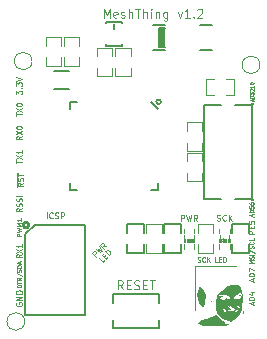
<source format=gto>
G04 (created by PCBNEW (2013-mar-13)-testing) date Tue 22 Oct 2013 13:23:14 EST*
%MOIN*%
G04 Gerber Fmt 3.4, Leading zero omitted, Abs format*
%FSLAX34Y34*%
G01*
G70*
G90*
G04 APERTURE LIST*
%ADD10C,0.003937*%
%ADD11C,0.004921*%
%ADD12C,0.002953*%
%ADD13C,0.004700*%
%ADD14C,0.005000*%
%ADD15C,0.005906*%
%ADD16C,0.000100*%
%ADD17C,0.004000*%
%ADD18C,0.002600*%
%ADD19C,0.007900*%
%ADD20C,0.008000*%
%ADD21C,0.010000*%
%ADD22C,0.003445*%
%ADD23C,0.004429*%
G04 APERTURE END LIST*
G54D10*
G54D11*
X4039Y10523D02*
X4039Y10819D01*
X4137Y10608D01*
X4235Y10819D01*
X4235Y10523D01*
X4489Y10537D02*
X4460Y10523D01*
X4404Y10523D01*
X4376Y10537D01*
X4362Y10566D01*
X4362Y10678D01*
X4376Y10706D01*
X4404Y10720D01*
X4460Y10720D01*
X4489Y10706D01*
X4503Y10678D01*
X4503Y10650D01*
X4362Y10622D01*
X4615Y10537D02*
X4643Y10523D01*
X4699Y10523D01*
X4728Y10537D01*
X4742Y10566D01*
X4742Y10580D01*
X4728Y10608D01*
X4699Y10622D01*
X4657Y10622D01*
X4629Y10636D01*
X4615Y10664D01*
X4615Y10678D01*
X4629Y10706D01*
X4657Y10720D01*
X4699Y10720D01*
X4728Y10706D01*
X4868Y10523D02*
X4868Y10819D01*
X4995Y10523D02*
X4995Y10678D01*
X4981Y10706D01*
X4953Y10720D01*
X4910Y10720D01*
X4882Y10706D01*
X4868Y10692D01*
X5093Y10819D02*
X5262Y10819D01*
X5178Y10523D02*
X5178Y10819D01*
X5360Y10523D02*
X5360Y10819D01*
X5487Y10523D02*
X5487Y10678D01*
X5473Y10706D01*
X5445Y10720D01*
X5402Y10720D01*
X5374Y10706D01*
X5360Y10692D01*
X5627Y10523D02*
X5627Y10720D01*
X5627Y10819D02*
X5613Y10805D01*
X5627Y10791D01*
X5642Y10805D01*
X5627Y10819D01*
X5627Y10791D01*
X5768Y10720D02*
X5768Y10523D01*
X5768Y10692D02*
X5782Y10706D01*
X5810Y10720D01*
X5852Y10720D01*
X5881Y10706D01*
X5895Y10678D01*
X5895Y10523D01*
X6162Y10720D02*
X6162Y10481D01*
X6148Y10453D01*
X6134Y10439D01*
X6106Y10425D01*
X6063Y10425D01*
X6035Y10439D01*
X6162Y10537D02*
X6134Y10523D01*
X6077Y10523D01*
X6049Y10537D01*
X6035Y10552D01*
X6021Y10580D01*
X6021Y10664D01*
X6035Y10692D01*
X6049Y10706D01*
X6077Y10720D01*
X6134Y10720D01*
X6162Y10706D01*
X6499Y10720D02*
X6570Y10523D01*
X6640Y10720D01*
X6907Y10523D02*
X6738Y10523D01*
X6823Y10523D02*
X6823Y10819D01*
X6794Y10776D01*
X6766Y10748D01*
X6738Y10734D01*
X7034Y10552D02*
X7048Y10537D01*
X7034Y10523D01*
X7019Y10537D01*
X7034Y10552D01*
X7034Y10523D01*
X7160Y10791D02*
X7174Y10805D01*
X7202Y10819D01*
X7273Y10819D01*
X7301Y10805D01*
X7315Y10791D01*
X7329Y10762D01*
X7329Y10734D01*
X7315Y10692D01*
X7146Y10523D01*
X7329Y10523D01*
G54D12*
X7165Y2392D02*
X7188Y2385D01*
X7225Y2385D01*
X7240Y2392D01*
X7248Y2400D01*
X7255Y2415D01*
X7255Y2430D01*
X7248Y2445D01*
X7240Y2452D01*
X7225Y2460D01*
X7195Y2467D01*
X7180Y2475D01*
X7173Y2482D01*
X7165Y2497D01*
X7165Y2512D01*
X7173Y2527D01*
X7180Y2535D01*
X7195Y2542D01*
X7233Y2542D01*
X7255Y2535D01*
X7413Y2400D02*
X7405Y2392D01*
X7383Y2385D01*
X7368Y2385D01*
X7345Y2392D01*
X7330Y2407D01*
X7323Y2422D01*
X7315Y2452D01*
X7315Y2475D01*
X7323Y2505D01*
X7330Y2520D01*
X7345Y2535D01*
X7368Y2542D01*
X7383Y2542D01*
X7405Y2535D01*
X7413Y2527D01*
X7480Y2385D02*
X7480Y2542D01*
X7570Y2385D02*
X7502Y2475D01*
X7570Y2542D02*
X7480Y2452D01*
X7832Y2385D02*
X7757Y2385D01*
X7757Y2542D01*
X7885Y2467D02*
X7937Y2467D01*
X7960Y2385D02*
X7885Y2385D01*
X7885Y2542D01*
X7960Y2542D01*
X8027Y2385D02*
X8027Y2542D01*
X8065Y2542D01*
X8087Y2535D01*
X8102Y2520D01*
X8110Y2505D01*
X8117Y2475D01*
X8117Y2452D01*
X8110Y2422D01*
X8102Y2407D01*
X8087Y2392D01*
X8065Y2385D01*
X8027Y2385D01*
X3775Y2559D02*
X3650Y2685D01*
X3697Y2732D01*
X3715Y2738D01*
X3727Y2738D01*
X3745Y2732D01*
X3763Y2714D01*
X3769Y2696D01*
X3769Y2685D01*
X3763Y2667D01*
X3715Y2619D01*
X3763Y2798D02*
X3918Y2702D01*
X3853Y2816D01*
X3966Y2750D01*
X3870Y2905D01*
X4115Y2899D02*
X4014Y2917D01*
X4043Y2828D02*
X3918Y2953D01*
X3966Y3001D01*
X3984Y3007D01*
X3996Y3007D01*
X4014Y3001D01*
X4031Y2983D01*
X4037Y2965D01*
X4037Y2953D01*
X4031Y2935D01*
X3984Y2887D01*
X4058Y2449D02*
X3998Y2390D01*
X3873Y2515D01*
X4034Y2557D02*
X4076Y2599D01*
X4159Y2551D02*
X4099Y2491D01*
X3974Y2617D01*
X4034Y2676D01*
X4213Y2605D02*
X4088Y2730D01*
X4117Y2760D01*
X4141Y2772D01*
X4165Y2772D01*
X4183Y2766D01*
X4213Y2748D01*
X4231Y2730D01*
X4249Y2700D01*
X4255Y2682D01*
X4255Y2658D01*
X4243Y2634D01*
X4213Y2605D01*
G54D11*
X7805Y3766D02*
X7834Y3757D01*
X7880Y3757D01*
X7899Y3766D01*
X7909Y3776D01*
X7918Y3794D01*
X7918Y3813D01*
X7909Y3832D01*
X7899Y3841D01*
X7880Y3851D01*
X7843Y3860D01*
X7824Y3869D01*
X7815Y3879D01*
X7805Y3898D01*
X7805Y3916D01*
X7815Y3935D01*
X7824Y3944D01*
X7843Y3954D01*
X7890Y3954D01*
X7918Y3944D01*
X8115Y3776D02*
X8105Y3766D01*
X8077Y3757D01*
X8059Y3757D01*
X8030Y3766D01*
X8012Y3785D01*
X8002Y3804D01*
X7993Y3841D01*
X7993Y3869D01*
X8002Y3907D01*
X8012Y3926D01*
X8030Y3944D01*
X8059Y3954D01*
X8077Y3954D01*
X8105Y3944D01*
X8115Y3935D01*
X8199Y3757D02*
X8199Y3954D01*
X8312Y3757D02*
X8227Y3869D01*
X8312Y3954D02*
X8199Y3841D01*
X4673Y1468D02*
X4575Y1609D01*
X4504Y1468D02*
X4504Y1764D01*
X4617Y1764D01*
X4645Y1750D01*
X4659Y1735D01*
X4673Y1707D01*
X4673Y1665D01*
X4659Y1637D01*
X4645Y1623D01*
X4617Y1609D01*
X4504Y1609D01*
X4800Y1623D02*
X4898Y1623D01*
X4940Y1468D02*
X4800Y1468D01*
X4800Y1764D01*
X4940Y1764D01*
X5053Y1482D02*
X5095Y1468D01*
X5165Y1468D01*
X5193Y1482D01*
X5207Y1496D01*
X5221Y1525D01*
X5221Y1553D01*
X5207Y1581D01*
X5193Y1595D01*
X5165Y1609D01*
X5109Y1623D01*
X5081Y1637D01*
X5067Y1651D01*
X5053Y1679D01*
X5053Y1707D01*
X5067Y1735D01*
X5081Y1750D01*
X5109Y1764D01*
X5179Y1764D01*
X5221Y1750D01*
X5348Y1623D02*
X5446Y1623D01*
X5489Y1468D02*
X5348Y1468D01*
X5348Y1764D01*
X5489Y1764D01*
X5573Y1764D02*
X5742Y1764D01*
X5657Y1468D02*
X5657Y1764D01*
X6615Y3757D02*
X6615Y3954D01*
X6690Y3954D01*
X6709Y3944D01*
X6718Y3935D01*
X6727Y3916D01*
X6727Y3888D01*
X6718Y3869D01*
X6709Y3860D01*
X6690Y3851D01*
X6615Y3851D01*
X6793Y3954D02*
X6840Y3757D01*
X6877Y3898D01*
X6915Y3757D01*
X6962Y3954D01*
X7149Y3757D02*
X7084Y3851D01*
X7037Y3757D02*
X7037Y3954D01*
X7112Y3954D01*
X7131Y3944D01*
X7140Y3935D01*
X7149Y3916D01*
X7149Y3888D01*
X7140Y3869D01*
X7131Y3860D01*
X7112Y3851D01*
X7037Y3851D01*
G54D13*
X2610Y9594D02*
X2610Y9869D01*
X2610Y9200D02*
X2610Y8925D01*
X2098Y9594D02*
X2098Y9869D01*
X2098Y8925D02*
X2098Y9200D01*
X2104Y9869D02*
X2604Y9869D01*
X2604Y8925D02*
X2104Y8925D01*
X4425Y8858D02*
X4425Y8583D01*
X4425Y9252D02*
X4425Y9527D01*
X4937Y8858D02*
X4937Y8583D01*
X4937Y9527D02*
X4937Y9252D01*
X4931Y8583D02*
X4431Y8583D01*
X4431Y9527D02*
X4931Y9527D01*
X3814Y8858D02*
X3814Y8583D01*
X3814Y9252D02*
X3814Y9527D01*
X4326Y8858D02*
X4326Y8583D01*
X4326Y9527D02*
X4326Y9252D01*
X4320Y8583D02*
X3820Y8583D01*
X3820Y9527D02*
X4320Y9527D01*
X3220Y9594D02*
X3220Y9869D01*
X3220Y9200D02*
X3220Y8925D01*
X2708Y9594D02*
X2708Y9869D01*
X2708Y8925D02*
X2708Y9200D01*
X2714Y9869D02*
X3214Y9869D01*
X3214Y8925D02*
X2714Y8925D01*
X5456Y2964D02*
X5456Y2689D01*
X5456Y3358D02*
X5456Y3633D01*
X5968Y2964D02*
X5968Y2689D01*
X5968Y3633D02*
X5968Y3358D01*
X5962Y2689D02*
X5462Y2689D01*
X5462Y3633D02*
X5962Y3633D01*
X8118Y7956D02*
X8393Y7956D01*
X7724Y7956D02*
X7449Y7956D01*
X8118Y8468D02*
X8393Y8468D01*
X7449Y8468D02*
X7724Y8468D01*
X8393Y8462D02*
X8393Y7962D01*
X7449Y7962D02*
X7449Y8462D01*
X7173Y2964D02*
X7173Y2689D01*
X7173Y3358D02*
X7173Y3633D01*
X7685Y2964D02*
X7685Y2689D01*
X7685Y3633D02*
X7685Y3358D01*
X7679Y2689D02*
X7179Y2689D01*
X7179Y3633D02*
X7679Y3633D01*
X6799Y5354D02*
X6799Y5079D01*
X6799Y5748D02*
X6799Y6023D01*
X7311Y5354D02*
X7311Y5079D01*
X7311Y6023D02*
X7311Y5748D01*
X7305Y5079D02*
X6805Y5079D01*
X6805Y6023D02*
X7305Y6023D01*
X7311Y6756D02*
X7311Y7031D01*
X7311Y6362D02*
X7311Y6087D01*
X6799Y6756D02*
X6799Y7031D01*
X6799Y6087D02*
X6799Y6362D01*
X6805Y7031D02*
X7305Y7031D01*
X7305Y6087D02*
X6805Y6087D01*
G54D14*
X6597Y3358D02*
X6597Y3636D01*
X6597Y3636D02*
X6047Y3636D01*
X6047Y3636D02*
X6047Y3358D01*
X6597Y2686D02*
X6597Y2964D01*
X6597Y2686D02*
X6047Y2686D01*
X6047Y2686D02*
X6047Y2964D01*
X5377Y3358D02*
X5377Y3636D01*
X5377Y3636D02*
X4827Y3636D01*
X4827Y3636D02*
X4827Y3358D01*
X5377Y2686D02*
X5377Y2964D01*
X5377Y2686D02*
X4827Y2686D01*
X4827Y2686D02*
X4827Y2964D01*
G54D15*
X8964Y7629D02*
X8403Y7629D01*
X7389Y7629D02*
X7950Y7629D01*
X7389Y4480D02*
X7950Y4480D01*
X8403Y4480D02*
X8964Y4480D01*
X7389Y4480D02*
X7389Y7629D01*
X8964Y7629D02*
X8964Y4480D01*
G54D14*
X8327Y2964D02*
X8327Y2686D01*
X8327Y2686D02*
X8877Y2686D01*
X8877Y2686D02*
X8877Y2964D01*
X8327Y3636D02*
X8327Y3358D01*
X8327Y3636D02*
X8877Y3636D01*
X8877Y3636D02*
X8877Y3358D01*
G54D16*
G36*
X8926Y2236D02*
X8018Y2227D01*
X7110Y2217D01*
X7100Y1226D01*
X7091Y235D01*
X7083Y1243D01*
X7076Y2251D01*
X8001Y2244D01*
X8926Y2236D01*
X8926Y2236D01*
X8926Y2236D01*
G37*
G36*
X8209Y285D02*
X8177Y271D01*
X8084Y260D01*
X7938Y254D01*
X7747Y251D01*
X7561Y252D01*
X7430Y256D01*
X7342Y263D01*
X7285Y276D01*
X7248Y297D01*
X7226Y318D01*
X7193Y359D01*
X7196Y387D01*
X7243Y418D01*
X7317Y451D01*
X7431Y494D01*
X7542Y524D01*
X7576Y530D01*
X7660Y553D01*
X7713Y594D01*
X7714Y595D01*
X7760Y629D01*
X7813Y621D01*
X7842Y578D01*
X7842Y573D01*
X7868Y532D01*
X7931Y475D01*
X7959Y456D01*
X8031Y400D01*
X8072Y357D01*
X8076Y347D01*
X8103Y324D01*
X8142Y318D01*
X8196Y304D01*
X8209Y285D01*
X8209Y285D01*
X8209Y285D01*
G37*
G36*
X8668Y1084D02*
X8658Y928D01*
X8641Y829D01*
X8641Y1270D01*
X8641Y1327D01*
X8617Y1351D01*
X8566Y1334D01*
X8494Y1291D01*
X8424Y1240D01*
X8380Y1197D01*
X8376Y1185D01*
X8404Y1161D01*
X8472Y1152D01*
X8553Y1161D01*
X8589Y1172D01*
X8623Y1208D01*
X8641Y1270D01*
X8641Y829D01*
X8635Y794D01*
X8607Y716D01*
X8571Y659D01*
X8571Y873D01*
X8553Y920D01*
X8501Y955D01*
X8450Y980D01*
X8448Y970D01*
X8489Y923D01*
X8523Y873D01*
X8516Y852D01*
X8515Y851D01*
X8475Y825D01*
X8430Y759D01*
X8426Y752D01*
X8398Y694D01*
X8398Y801D01*
X8377Y846D01*
X8358Y851D01*
X8314Y878D01*
X8289Y917D01*
X8253Y962D01*
X8251Y962D01*
X8251Y1187D01*
X8244Y1214D01*
X8201Y1242D01*
X8122Y1264D01*
X8028Y1278D01*
X7943Y1282D01*
X7886Y1273D01*
X7876Y1260D01*
X7904Y1241D01*
X7967Y1240D01*
X8059Y1253D01*
X7976Y1215D01*
X7919Y1187D01*
X7921Y1168D01*
X7959Y1150D01*
X8033Y1124D01*
X8069Y1130D01*
X8087Y1160D01*
X8111Y1183D01*
X8131Y1164D01*
X8176Y1140D01*
X8225Y1152D01*
X8251Y1187D01*
X8251Y962D01*
X8209Y950D01*
X8182Y921D01*
X8203Y886D01*
X8241Y854D01*
X8323Y791D01*
X8224Y776D01*
X8174Y767D01*
X8182Y761D01*
X8253Y757D01*
X8262Y756D01*
X8354Y760D01*
X8394Y783D01*
X8398Y801D01*
X8398Y694D01*
X8395Y687D01*
X8397Y666D01*
X8425Y673D01*
X8470Y712D01*
X8476Y734D01*
X8499Y790D01*
X8526Y818D01*
X8571Y873D01*
X8571Y659D01*
X8502Y547D01*
X8390Y439D01*
X8273Y395D01*
X8228Y402D01*
X8228Y664D01*
X8189Y690D01*
X8184Y692D01*
X8126Y736D01*
X8109Y773D01*
X8082Y813D01*
X8059Y818D01*
X8014Y807D01*
X8009Y797D01*
X8035Y754D01*
X8095Y704D01*
X8164Y664D01*
X8206Y654D01*
X8228Y664D01*
X8228Y402D01*
X8209Y404D01*
X8209Y601D01*
X8192Y618D01*
X8176Y601D01*
X8192Y585D01*
X8209Y601D01*
X8209Y404D01*
X8176Y408D01*
X8008Y483D01*
X7894Y572D01*
X7825Y688D01*
X7795Y844D01*
X7793Y1018D01*
X7803Y1268D01*
X7973Y1421D01*
X8087Y1514D01*
X8190Y1570D01*
X8309Y1604D01*
X8332Y1608D01*
X8444Y1625D01*
X8513Y1624D01*
X8561Y1603D01*
X8588Y1580D01*
X8626Y1510D01*
X8651Y1393D01*
X8666Y1245D01*
X8668Y1084D01*
X8668Y1084D01*
X8668Y1084D01*
G37*
G36*
X8703Y670D02*
X8697Y643D01*
X8686Y641D01*
X8682Y694D01*
X8682Y701D01*
X8687Y753D01*
X8697Y748D01*
X8699Y743D01*
X8703Y670D01*
X8703Y670D01*
X8703Y670D01*
G37*
G36*
X7434Y1288D02*
X7433Y1192D01*
X7426Y1126D01*
X7406Y985D01*
X7384Y904D01*
X7354Y878D01*
X7313Y899D01*
X7286Y926D01*
X7225Y1024D01*
X7181Y1148D01*
X7162Y1273D01*
X7173Y1374D01*
X7182Y1394D01*
X7210Y1467D01*
X7214Y1510D01*
X7221Y1550D01*
X7259Y1546D01*
X7314Y1504D01*
X7371Y1436D01*
X7415Y1360D01*
X7434Y1288D01*
X7434Y1288D01*
X7434Y1288D01*
G37*
G36*
X7642Y1068D02*
X7626Y1051D01*
X7609Y1068D01*
X7626Y1085D01*
X7642Y1068D01*
X7642Y1068D01*
X7642Y1068D01*
G37*
G36*
X8242Y901D02*
X8226Y885D01*
X8209Y901D01*
X8226Y918D01*
X8242Y901D01*
X8242Y901D01*
X8242Y901D01*
G37*
G36*
X8598Y1274D02*
X8593Y1254D01*
X8576Y1251D01*
X8548Y1264D01*
X8553Y1274D01*
X8593Y1278D01*
X8598Y1274D01*
X8598Y1274D01*
X8598Y1274D01*
G37*
G54D15*
X8090Y3118D02*
X8031Y3118D01*
X8031Y3118D02*
X8027Y3133D01*
X8027Y3070D02*
X8086Y3070D01*
X8208Y3059D02*
X8208Y3129D01*
X7913Y3059D02*
X7913Y3129D01*
G54D17*
X7901Y3047D02*
X7901Y3271D01*
X8216Y3051D02*
X8216Y3267D01*
G54D18*
X8236Y3338D02*
X8236Y3495D01*
X7882Y3338D02*
X7882Y3495D01*
X8236Y2827D02*
X8236Y2984D01*
X7882Y2827D02*
X7882Y2984D01*
X7882Y3161D02*
X7941Y3161D01*
X7941Y3039D02*
X7941Y3157D01*
X7882Y3039D02*
X7941Y3039D01*
X7882Y3039D02*
X7882Y3157D01*
X8177Y3161D02*
X8236Y3161D01*
X8236Y3039D02*
X8236Y3157D01*
X8177Y3039D02*
X8236Y3039D01*
X8177Y3039D02*
X8177Y3157D01*
X8000Y3039D02*
X8118Y3039D01*
X8118Y3039D02*
X8118Y3157D01*
X8000Y3157D02*
X8118Y3157D01*
X8000Y3039D02*
X8000Y3157D01*
G54D15*
X6909Y3118D02*
X6850Y3118D01*
X6850Y3118D02*
X6846Y3133D01*
X6846Y3070D02*
X6905Y3070D01*
X7027Y3059D02*
X7027Y3129D01*
X6732Y3059D02*
X6732Y3129D01*
G54D17*
X6720Y3047D02*
X6720Y3271D01*
X7035Y3051D02*
X7035Y3267D01*
G54D18*
X7054Y3338D02*
X7054Y3495D01*
X6700Y3338D02*
X6700Y3495D01*
X7054Y2827D02*
X7054Y2984D01*
X6700Y2827D02*
X6700Y2984D01*
X6700Y3161D02*
X6759Y3161D01*
X6759Y3039D02*
X6759Y3157D01*
X6700Y3039D02*
X6759Y3039D01*
X6700Y3039D02*
X6700Y3157D01*
X6995Y3161D02*
X7054Y3161D01*
X7054Y3039D02*
X7054Y3157D01*
X6995Y3039D02*
X7054Y3039D01*
X6995Y3039D02*
X6995Y3157D01*
X6818Y3039D02*
X6936Y3039D01*
X6936Y3039D02*
X6936Y3157D01*
X6818Y3157D02*
X6936Y3157D01*
X6818Y3039D02*
X6818Y3157D01*
G54D15*
X5870Y1307D02*
X5870Y1023D01*
X4334Y1307D02*
X4334Y1023D01*
X5870Y1307D02*
X4334Y1307D01*
X5870Y169D02*
X5870Y448D01*
X5870Y165D02*
X4334Y165D01*
X4334Y165D02*
X4334Y448D01*
X5941Y7718D02*
G75*
G03X5941Y7718I-76J0D01*
G74*
G01*
G54D19*
X2901Y7481D02*
X2901Y7727D01*
X2901Y7727D02*
X3147Y7727D01*
X3147Y4775D02*
X2901Y4775D01*
X2901Y4775D02*
X2901Y5021D01*
X5853Y5021D02*
X5853Y4775D01*
X5853Y4775D02*
X5607Y4775D01*
X5607Y7727D02*
X5853Y7481D01*
G54D15*
X5921Y9562D02*
X5921Y10192D01*
X6023Y10192D02*
X6082Y10192D01*
X5964Y10192D02*
X5964Y9562D01*
X6039Y9562D02*
X6078Y9562D01*
X6011Y9562D02*
X6011Y10192D01*
X5870Y10192D02*
X5870Y9562D01*
X5870Y9562D02*
X6057Y9562D01*
X6057Y9562D02*
X6057Y10192D01*
X6057Y10192D02*
X5870Y10192D01*
X7645Y9446D02*
X7242Y9446D01*
X7645Y10293D02*
X7242Y10293D01*
X5677Y9446D02*
X6080Y9446D01*
X5677Y10293D02*
X6080Y10293D01*
X4122Y9594D02*
X4122Y9641D01*
X4122Y10381D02*
X4122Y10334D01*
X4633Y10381D02*
X4633Y10334D01*
X4633Y9594D02*
X4633Y9641D01*
G54D20*
X4377Y10314D02*
X4377Y10141D01*
G54D15*
X4122Y10381D02*
X4633Y10381D01*
X4633Y9594D02*
X4122Y9594D01*
X2387Y8748D02*
X2879Y8748D01*
X2387Y8157D02*
X2879Y8157D01*
G54D20*
X3413Y3614D02*
X1736Y3614D01*
X1421Y614D02*
X1417Y3295D01*
X1421Y3299D02*
X1736Y3614D01*
G54D21*
X1545Y3606D02*
G75*
G03X1545Y3606I-98J0D01*
G74*
G01*
G54D20*
X3421Y3614D02*
X3421Y614D01*
X3421Y614D02*
X1421Y614D01*
G54D10*
X1649Y9078D02*
G75*
G03X1649Y9078I-295J0D01*
G74*
G01*
X1401Y397D02*
G75*
G03X1401Y397I-295J0D01*
G74*
G01*
X9244Y8952D02*
G75*
G03X9244Y8952I-295J0D01*
G74*
G01*
G54D22*
X9050Y3324D02*
X8873Y3324D01*
X8873Y3392D01*
X8881Y3409D01*
X8890Y3417D01*
X8907Y3426D01*
X8932Y3426D01*
X8949Y3417D01*
X8957Y3409D01*
X8966Y3392D01*
X8966Y3324D01*
X8957Y3502D02*
X8957Y3561D01*
X9050Y3586D02*
X9050Y3502D01*
X8873Y3502D01*
X8873Y3586D01*
X8873Y3746D02*
X8873Y3662D01*
X8957Y3653D01*
X8949Y3662D01*
X8940Y3679D01*
X8940Y3721D01*
X8949Y3738D01*
X8957Y3746D01*
X8974Y3755D01*
X9016Y3755D01*
X9033Y3746D01*
X9042Y3738D01*
X9050Y3721D01*
X9050Y3679D01*
X9042Y3662D01*
X9033Y3653D01*
X9000Y957D02*
X9000Y1042D01*
X9050Y940D02*
X8873Y999D01*
X9050Y1058D01*
X9050Y1118D02*
X8873Y1118D01*
X8873Y1160D01*
X8881Y1185D01*
X8898Y1202D01*
X8915Y1210D01*
X8949Y1219D01*
X8974Y1219D01*
X9008Y1210D01*
X9025Y1202D01*
X9042Y1185D01*
X9050Y1160D01*
X9050Y1118D01*
X8932Y1371D02*
X9050Y1371D01*
X8865Y1328D02*
X8991Y1286D01*
X8991Y1396D01*
X9000Y1745D02*
X9000Y1830D01*
X9050Y1728D02*
X8873Y1787D01*
X9050Y1846D01*
X9050Y1906D02*
X8873Y1906D01*
X8873Y1948D01*
X8881Y1973D01*
X8898Y1990D01*
X8915Y1998D01*
X8949Y2007D01*
X8974Y2007D01*
X9008Y1998D01*
X9025Y1990D01*
X9042Y1973D01*
X9050Y1948D01*
X9050Y1906D01*
X8873Y2066D02*
X8873Y2184D01*
X9050Y2108D01*
X9032Y2341D02*
X8895Y2341D01*
X8993Y2386D01*
X8895Y2432D01*
X9032Y2432D01*
X9026Y2491D02*
X9032Y2511D01*
X9032Y2544D01*
X9026Y2557D01*
X9019Y2564D01*
X9006Y2570D01*
X8993Y2570D01*
X8980Y2564D01*
X8973Y2557D01*
X8967Y2544D01*
X8960Y2518D01*
X8954Y2505D01*
X8947Y2498D01*
X8934Y2491D01*
X8921Y2491D01*
X8908Y2498D01*
X8901Y2505D01*
X8895Y2518D01*
X8895Y2550D01*
X8901Y2570D01*
X9032Y2629D02*
X8895Y2629D01*
X8888Y2793D02*
X9065Y2675D01*
X9026Y2833D02*
X9032Y2852D01*
X9032Y2885D01*
X9026Y2898D01*
X9019Y2905D01*
X9006Y2911D01*
X8993Y2911D01*
X8980Y2905D01*
X8973Y2898D01*
X8967Y2885D01*
X8960Y2859D01*
X8954Y2846D01*
X8947Y2839D01*
X8934Y2833D01*
X8921Y2833D01*
X8908Y2839D01*
X8901Y2846D01*
X8895Y2859D01*
X8895Y2892D01*
X8901Y2911D01*
X9019Y3049D02*
X9026Y3043D01*
X9032Y3023D01*
X9032Y3010D01*
X9026Y2990D01*
X9013Y2977D01*
X9000Y2970D01*
X8973Y2964D01*
X8954Y2964D01*
X8927Y2970D01*
X8914Y2977D01*
X8901Y2990D01*
X8895Y3010D01*
X8895Y3023D01*
X8901Y3043D01*
X8908Y3049D01*
X9032Y3174D02*
X9032Y3108D01*
X8895Y3108D01*
G54D12*
X8993Y3906D02*
X8993Y3971D01*
X9032Y3893D02*
X8895Y3938D01*
X9032Y3984D01*
X9032Y4030D02*
X8895Y4030D01*
X8895Y4063D01*
X8901Y4083D01*
X8914Y4096D01*
X8927Y4103D01*
X8954Y4109D01*
X8973Y4109D01*
X9000Y4103D01*
X9013Y4096D01*
X9026Y4083D01*
X9032Y4063D01*
X9032Y4030D01*
X8895Y4234D02*
X8895Y4168D01*
X8960Y4162D01*
X8954Y4168D01*
X8947Y4181D01*
X8947Y4214D01*
X8954Y4227D01*
X8960Y4234D01*
X8973Y4240D01*
X9006Y4240D01*
X9019Y4234D01*
X9026Y4227D01*
X9032Y4214D01*
X9032Y4181D01*
X9026Y4168D01*
X9019Y4162D01*
X8895Y4358D02*
X8895Y4332D01*
X8901Y4319D01*
X8908Y4312D01*
X8927Y4299D01*
X8954Y4293D01*
X9006Y4293D01*
X9019Y4299D01*
X9026Y4306D01*
X9032Y4319D01*
X9032Y4345D01*
X9026Y4358D01*
X9019Y4365D01*
X9006Y4372D01*
X8973Y4372D01*
X8960Y4365D01*
X8954Y4358D01*
X8947Y4345D01*
X8947Y4319D01*
X8954Y4306D01*
X8960Y4299D01*
X8973Y4293D01*
X8980Y4536D02*
X9019Y4431D01*
X8940Y4431D01*
X8980Y4536D01*
X8988Y7604D02*
X8955Y7694D01*
X9022Y7694D01*
X8988Y7604D01*
X9000Y7745D02*
X9000Y7801D01*
X9033Y7733D02*
X8915Y7773D01*
X9033Y7812D01*
X9033Y7852D02*
X8915Y7852D01*
X8915Y7880D01*
X8921Y7897D01*
X8932Y7908D01*
X8943Y7913D01*
X8966Y7919D01*
X8983Y7919D01*
X9005Y7913D01*
X9016Y7908D01*
X9028Y7897D01*
X9033Y7880D01*
X9033Y7852D01*
X8915Y7958D02*
X8915Y8032D01*
X8960Y7992D01*
X8960Y8009D01*
X8966Y8020D01*
X8971Y8026D01*
X8983Y8032D01*
X9011Y8032D01*
X9022Y8026D01*
X9028Y8020D01*
X9033Y8009D01*
X9033Y7975D01*
X9028Y7964D01*
X9022Y7958D01*
X8926Y8077D02*
X8921Y8082D01*
X8915Y8093D01*
X8915Y8122D01*
X8921Y8133D01*
X8926Y8138D01*
X8938Y8144D01*
X8949Y8144D01*
X8966Y8138D01*
X9033Y8071D01*
X9033Y8144D01*
X9033Y8257D02*
X9033Y8189D01*
X9033Y8223D02*
X8915Y8223D01*
X8932Y8212D01*
X8943Y8200D01*
X8949Y8189D01*
X8915Y8330D02*
X8915Y8341D01*
X8921Y8352D01*
X8926Y8358D01*
X8938Y8363D01*
X8960Y8369D01*
X8988Y8369D01*
X9011Y8363D01*
X9022Y8358D01*
X9028Y8352D01*
X9033Y8341D01*
X9033Y8330D01*
X9028Y8318D01*
X9022Y8313D01*
X9011Y8307D01*
X8988Y8302D01*
X8960Y8302D01*
X8938Y8307D01*
X8926Y8313D01*
X8921Y8318D01*
X8915Y8330D01*
G54D11*
X1116Y7969D02*
X1116Y8091D01*
X1191Y8025D01*
X1191Y8053D01*
X1200Y8072D01*
X1210Y8081D01*
X1229Y8091D01*
X1275Y8091D01*
X1294Y8081D01*
X1304Y8072D01*
X1313Y8053D01*
X1313Y7997D01*
X1304Y7978D01*
X1294Y7969D01*
X1294Y8175D02*
X1304Y8184D01*
X1313Y8175D01*
X1304Y8166D01*
X1294Y8175D01*
X1313Y8175D01*
X1116Y8250D02*
X1116Y8372D01*
X1191Y8306D01*
X1191Y8334D01*
X1200Y8353D01*
X1210Y8362D01*
X1229Y8372D01*
X1275Y8372D01*
X1294Y8362D01*
X1304Y8353D01*
X1313Y8334D01*
X1313Y8278D01*
X1304Y8259D01*
X1294Y8250D01*
X1116Y8428D02*
X1313Y8494D01*
X1116Y8559D01*
G54D22*
X1127Y7253D02*
X1127Y7354D01*
X1304Y7304D02*
X1127Y7304D01*
X1127Y7396D02*
X1304Y7515D01*
X1127Y7515D02*
X1304Y7396D01*
X1127Y7616D02*
X1127Y7633D01*
X1135Y7650D01*
X1144Y7658D01*
X1161Y7666D01*
X1194Y7675D01*
X1237Y7675D01*
X1270Y7666D01*
X1287Y7658D01*
X1296Y7650D01*
X1304Y7633D01*
X1304Y7616D01*
X1296Y7599D01*
X1287Y7590D01*
X1270Y7582D01*
X1237Y7574D01*
X1194Y7574D01*
X1161Y7582D01*
X1144Y7590D01*
X1135Y7599D01*
X1127Y7616D01*
X1304Y6570D02*
X1220Y6511D01*
X1304Y6469D02*
X1127Y6469D01*
X1127Y6537D01*
X1135Y6554D01*
X1144Y6562D01*
X1161Y6570D01*
X1186Y6570D01*
X1203Y6562D01*
X1211Y6554D01*
X1220Y6537D01*
X1220Y6469D01*
X1127Y6630D02*
X1304Y6748D01*
X1127Y6748D02*
X1304Y6630D01*
X1127Y6849D02*
X1127Y6866D01*
X1135Y6883D01*
X1144Y6891D01*
X1161Y6899D01*
X1194Y6908D01*
X1237Y6908D01*
X1270Y6899D01*
X1287Y6891D01*
X1296Y6883D01*
X1304Y6866D01*
X1304Y6849D01*
X1296Y6832D01*
X1287Y6824D01*
X1270Y6815D01*
X1237Y6807D01*
X1194Y6807D01*
X1161Y6815D01*
X1144Y6824D01*
X1135Y6832D01*
X1127Y6849D01*
X1127Y5678D02*
X1127Y5779D01*
X1304Y5729D02*
X1127Y5729D01*
X1127Y5821D02*
X1304Y5940D01*
X1127Y5940D02*
X1304Y5821D01*
X1304Y6100D02*
X1304Y5999D01*
X1304Y6049D02*
X1127Y6049D01*
X1152Y6032D01*
X1169Y6015D01*
X1178Y5999D01*
X1343Y5012D02*
X1259Y4953D01*
X1343Y4911D02*
X1166Y4911D01*
X1166Y4979D01*
X1175Y4995D01*
X1183Y5004D01*
X1200Y5012D01*
X1225Y5012D01*
X1242Y5004D01*
X1251Y4995D01*
X1259Y4979D01*
X1259Y4911D01*
X1335Y5080D02*
X1343Y5105D01*
X1343Y5147D01*
X1335Y5164D01*
X1327Y5173D01*
X1310Y5181D01*
X1293Y5181D01*
X1276Y5173D01*
X1267Y5164D01*
X1259Y5147D01*
X1251Y5114D01*
X1242Y5097D01*
X1234Y5088D01*
X1217Y5080D01*
X1200Y5080D01*
X1183Y5088D01*
X1175Y5097D01*
X1166Y5114D01*
X1166Y5156D01*
X1175Y5181D01*
X1166Y5232D02*
X1166Y5333D01*
X1343Y5282D02*
X1166Y5282D01*
X1136Y4869D02*
X1136Y5350D01*
X1304Y4166D02*
X1220Y4107D01*
X1304Y4065D02*
X1127Y4065D01*
X1127Y4133D01*
X1135Y4149D01*
X1144Y4158D01*
X1161Y4166D01*
X1186Y4166D01*
X1203Y4158D01*
X1211Y4149D01*
X1220Y4133D01*
X1220Y4065D01*
X1296Y4234D02*
X1304Y4259D01*
X1304Y4301D01*
X1296Y4318D01*
X1287Y4327D01*
X1270Y4335D01*
X1253Y4335D01*
X1237Y4327D01*
X1228Y4318D01*
X1220Y4301D01*
X1211Y4268D01*
X1203Y4251D01*
X1194Y4242D01*
X1178Y4234D01*
X1161Y4234D01*
X1144Y4242D01*
X1135Y4251D01*
X1127Y4268D01*
X1127Y4310D01*
X1135Y4335D01*
X1296Y4402D02*
X1304Y4428D01*
X1304Y4470D01*
X1296Y4487D01*
X1287Y4495D01*
X1270Y4504D01*
X1253Y4504D01*
X1237Y4495D01*
X1228Y4487D01*
X1220Y4470D01*
X1211Y4436D01*
X1203Y4419D01*
X1194Y4411D01*
X1178Y4402D01*
X1161Y4402D01*
X1144Y4411D01*
X1135Y4419D01*
X1127Y4436D01*
X1127Y4478D01*
X1135Y4504D01*
X1304Y4580D02*
X1127Y4580D01*
X1295Y3239D02*
X1138Y3239D01*
X1138Y3299D01*
X1145Y3314D01*
X1153Y3322D01*
X1168Y3329D01*
X1190Y3329D01*
X1205Y3322D01*
X1213Y3314D01*
X1220Y3299D01*
X1220Y3239D01*
X1138Y3382D02*
X1295Y3419D01*
X1183Y3449D01*
X1295Y3479D01*
X1138Y3517D01*
X1295Y3577D02*
X1138Y3577D01*
X1250Y3629D01*
X1138Y3682D01*
X1295Y3682D01*
X1295Y3839D02*
X1295Y3749D01*
X1295Y3794D02*
X1138Y3794D01*
X1160Y3779D01*
X1175Y3764D01*
X1183Y3749D01*
G54D23*
X1304Y2633D02*
X1220Y2574D01*
X1304Y2532D02*
X1127Y2532D01*
X1127Y2600D01*
X1135Y2617D01*
X1144Y2625D01*
X1161Y2633D01*
X1186Y2633D01*
X1203Y2625D01*
X1211Y2617D01*
X1220Y2600D01*
X1220Y2532D01*
X1127Y2693D02*
X1304Y2811D01*
X1127Y2811D02*
X1304Y2693D01*
X1304Y2971D02*
X1304Y2870D01*
X1304Y2920D02*
X1127Y2920D01*
X1152Y2903D01*
X1169Y2887D01*
X1178Y2870D01*
G54D22*
X1286Y1537D02*
X1148Y1537D01*
X1148Y1570D01*
X1155Y1590D01*
X1168Y1603D01*
X1181Y1609D01*
X1208Y1616D01*
X1227Y1616D01*
X1253Y1609D01*
X1267Y1603D01*
X1280Y1590D01*
X1286Y1570D01*
X1286Y1537D01*
X1148Y1655D02*
X1148Y1734D01*
X1286Y1695D02*
X1148Y1695D01*
X1286Y1859D02*
X1221Y1813D01*
X1286Y1780D02*
X1148Y1780D01*
X1148Y1832D01*
X1155Y1846D01*
X1162Y1852D01*
X1175Y1859D01*
X1194Y1859D01*
X1208Y1852D01*
X1214Y1846D01*
X1221Y1832D01*
X1221Y1780D01*
X1142Y2016D02*
X1319Y1898D01*
X1280Y2055D02*
X1286Y2075D01*
X1286Y2108D01*
X1280Y2121D01*
X1273Y2128D01*
X1260Y2134D01*
X1247Y2134D01*
X1234Y2128D01*
X1227Y2121D01*
X1221Y2108D01*
X1214Y2082D01*
X1208Y2069D01*
X1201Y2062D01*
X1188Y2055D01*
X1175Y2055D01*
X1162Y2062D01*
X1155Y2069D01*
X1148Y2082D01*
X1148Y2115D01*
X1155Y2134D01*
X1286Y2193D02*
X1148Y2193D01*
X1148Y2226D01*
X1155Y2246D01*
X1168Y2259D01*
X1181Y2265D01*
X1208Y2272D01*
X1227Y2272D01*
X1253Y2265D01*
X1267Y2259D01*
X1280Y2246D01*
X1286Y2226D01*
X1286Y2193D01*
X1247Y2325D02*
X1247Y2390D01*
X1286Y2311D02*
X1148Y2357D01*
X1286Y2403D01*
G54D11*
X1125Y1022D02*
X1116Y1004D01*
X1116Y975D01*
X1125Y947D01*
X1144Y929D01*
X1163Y919D01*
X1200Y910D01*
X1229Y910D01*
X1266Y919D01*
X1285Y929D01*
X1304Y947D01*
X1313Y975D01*
X1313Y994D01*
X1304Y1022D01*
X1294Y1032D01*
X1229Y1032D01*
X1229Y994D01*
X1313Y1116D02*
X1116Y1116D01*
X1313Y1229D01*
X1116Y1229D01*
X1313Y1322D02*
X1116Y1322D01*
X1116Y1369D01*
X1125Y1397D01*
X1144Y1416D01*
X1163Y1425D01*
X1200Y1435D01*
X1229Y1435D01*
X1266Y1425D01*
X1285Y1416D01*
X1304Y1397D01*
X1313Y1369D01*
X1313Y1322D01*
G54D22*
G54D11*
X2130Y3836D02*
X2130Y4032D01*
X2336Y3854D02*
X2327Y3845D01*
X2299Y3836D01*
X2280Y3836D01*
X2252Y3845D01*
X2233Y3864D01*
X2224Y3883D01*
X2215Y3920D01*
X2215Y3948D01*
X2224Y3986D01*
X2233Y4004D01*
X2252Y4023D01*
X2280Y4032D01*
X2299Y4032D01*
X2327Y4023D01*
X2336Y4014D01*
X2411Y3845D02*
X2440Y3836D01*
X2486Y3836D01*
X2505Y3845D01*
X2514Y3854D01*
X2524Y3873D01*
X2524Y3892D01*
X2514Y3911D01*
X2505Y3920D01*
X2486Y3929D01*
X2449Y3939D01*
X2430Y3948D01*
X2421Y3958D01*
X2411Y3976D01*
X2411Y3995D01*
X2421Y4014D01*
X2430Y4023D01*
X2449Y4032D01*
X2496Y4032D01*
X2524Y4023D01*
X2608Y3836D02*
X2608Y4032D01*
X2683Y4032D01*
X2702Y4023D01*
X2711Y4014D01*
X2721Y3995D01*
X2721Y3967D01*
X2711Y3948D01*
X2702Y3939D01*
X2683Y3929D01*
X2608Y3929D01*
M02*

</source>
